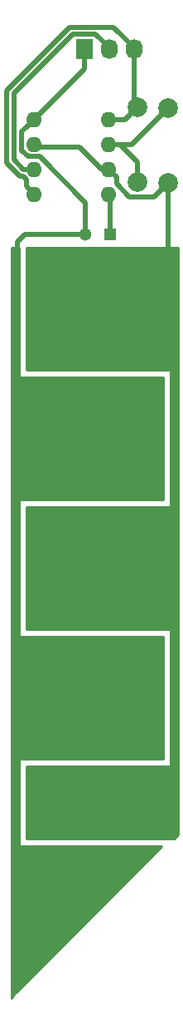
<source format=gbr>
G04 #@! TF.FileFunction,Copper,L2,Bot,Signal*
%FSLAX46Y46*%
G04 Gerber Fmt 4.6, Leading zero omitted, Abs format (unit mm)*
G04 Created by KiCad (PCBNEW 4.0.0-rc2-stable) date 3/4/2016 11:30:43 PM*
%MOMM*%
G01*
G04 APERTURE LIST*
%ADD10C,0.100000*%
%ADD11R,1.300000X1.300000*%
%ADD12C,1.300000*%
%ADD13R,1.727200X2.032000*%
%ADD14O,1.727200X2.032000*%
%ADD15C,1.998980*%
%ADD16O,1.600000X1.600000*%
%ADD17C,0.508000*%
%ADD18C,0.250000*%
%ADD19C,0.254000*%
G04 APERTURE END LIST*
D10*
D11*
X145592800Y-62331600D03*
D12*
X143092800Y-62331600D03*
D13*
X142951200Y-43484800D03*
D14*
X145491200Y-43484800D03*
X148031200Y-43484800D03*
D15*
X148386800Y-57048400D03*
X148386800Y-49428400D03*
X151561800Y-57099200D03*
X151561800Y-49479200D03*
D16*
X137833100Y-50647600D03*
X137833100Y-53187600D03*
X137833100Y-55727600D03*
X137833100Y-58267600D03*
X145453100Y-58267600D03*
X145453100Y-55727600D03*
X145453100Y-53187600D03*
X145453100Y-50647600D03*
D17*
X145592800Y-62331600D02*
X145592800Y-58407300D01*
D18*
X145592800Y-58407300D02*
X145453100Y-58267600D01*
X145453100Y-62191900D02*
X145592800Y-62331600D01*
D17*
X137833100Y-58267600D02*
X137033101Y-57467601D01*
X135054990Y-47682931D02*
X141485131Y-41252790D01*
X137033101Y-57467601D02*
X137033101Y-56783523D01*
X137033101Y-56783523D02*
X136685188Y-56435610D01*
X145951590Y-41252790D02*
X148031200Y-43332400D01*
X136685188Y-56435610D02*
X136408463Y-56435610D01*
X136408463Y-56435610D02*
X135054990Y-55082137D01*
X135054990Y-55082137D02*
X135054990Y-47682931D01*
X141485131Y-41252790D02*
X145951590Y-41252790D01*
X148031200Y-43332400D02*
X148031200Y-43484800D01*
X148031200Y-43484800D02*
X148031200Y-49072800D01*
D18*
X148031200Y-49072800D02*
X148386800Y-49428400D01*
D17*
X148386800Y-49428400D02*
X147167600Y-50647600D01*
X147167600Y-50647600D02*
X145453100Y-50647600D01*
X148386800Y-54965600D02*
X146608800Y-53187600D01*
X148386800Y-57048400D02*
X148386800Y-54965600D01*
X146608800Y-53187600D02*
X145453100Y-53187600D01*
X145453100Y-53187600D02*
X147853400Y-53187600D01*
X147853400Y-53187600D02*
X151561800Y-49479200D01*
D18*
X148386800Y-56121300D02*
X148386800Y-57048400D01*
D17*
X135763000Y-54788870D02*
X135763000Y-47976198D01*
X135763000Y-47976198D02*
X141778398Y-41960800D01*
X141778398Y-41960800D02*
X144119600Y-41960800D01*
X144119600Y-41960800D02*
X145491200Y-43332400D01*
X145491200Y-43332400D02*
X145491200Y-43484800D01*
X137833100Y-55727600D02*
X136701730Y-55727600D01*
X136701730Y-55727600D02*
X135763000Y-54788870D01*
X137033101Y-51447599D02*
X137833100Y-50647600D01*
X143092800Y-62331600D02*
X143092800Y-59131378D01*
X136579099Y-53789521D02*
X136579099Y-51901601D01*
X143092800Y-59131378D02*
X138403023Y-54441601D01*
X137231179Y-54441601D02*
X136579099Y-53789521D01*
X138403023Y-54441601D02*
X137231179Y-54441601D01*
X136579099Y-51901601D02*
X137033101Y-51447599D01*
X143092800Y-62331600D02*
X136931400Y-62331600D01*
X136931400Y-62331600D02*
X136144000Y-63119000D01*
X136144000Y-63119000D02*
X136144000Y-64389000D01*
X142951200Y-43484800D02*
X142951200Y-45529500D01*
X142951200Y-45529500D02*
X137833100Y-50647600D01*
D18*
X142951200Y-43637200D02*
X142951200Y-43484800D01*
D17*
X150288109Y-58372891D02*
X150114000Y-58547000D01*
X146253099Y-56874947D02*
X146253099Y-56527599D01*
X146253099Y-56527599D02*
X145453100Y-55727600D01*
X151561800Y-57099200D02*
X150288109Y-58372891D01*
X146253099Y-57226099D02*
X146253099Y-56874947D01*
X147574000Y-58547000D02*
X146253099Y-57226099D01*
X150114000Y-58547000D02*
X147574000Y-58547000D01*
X145453100Y-55727600D02*
X144754600Y-55727600D01*
X144754600Y-55727600D02*
X142494000Y-53467000D01*
X142494000Y-53467000D02*
X138112500Y-53467000D01*
X138112500Y-53467000D02*
X137833100Y-53187600D01*
X151561800Y-57099200D02*
X151561800Y-64566800D01*
X151561800Y-64566800D02*
X151638000Y-64643000D01*
D18*
X145491200Y-55765700D02*
X145453100Y-55727600D01*
D19*
G36*
X152527000Y-123518394D02*
X152093394Y-123952000D01*
X137033000Y-123952000D01*
X137033000Y-116586000D01*
X151638000Y-116586000D01*
X151687410Y-116575994D01*
X151729035Y-116547553D01*
X151756315Y-116505159D01*
X151765000Y-116459000D01*
X151765000Y-102743000D01*
X151754994Y-102693590D01*
X151726553Y-102651965D01*
X151684159Y-102624685D01*
X151638000Y-102616000D01*
X137033000Y-102616000D01*
X137033000Y-90170000D01*
X151638000Y-90170000D01*
X151687410Y-90159994D01*
X151729035Y-90131553D01*
X151756315Y-90089159D01*
X151765000Y-90043000D01*
X151765000Y-76327000D01*
X151754994Y-76277590D01*
X151726553Y-76235965D01*
X151684159Y-76208685D01*
X151638000Y-76200000D01*
X137033000Y-76200000D01*
X137033000Y-63754000D01*
X152527000Y-63754000D01*
X152527000Y-123518394D01*
X152527000Y-123518394D01*
G37*
X152527000Y-123518394D02*
X152093394Y-123952000D01*
X137033000Y-123952000D01*
X137033000Y-116586000D01*
X151638000Y-116586000D01*
X151687410Y-116575994D01*
X151729035Y-116547553D01*
X151756315Y-116505159D01*
X151765000Y-116459000D01*
X151765000Y-102743000D01*
X151754994Y-102693590D01*
X151726553Y-102651965D01*
X151684159Y-102624685D01*
X151638000Y-102616000D01*
X137033000Y-102616000D01*
X137033000Y-90170000D01*
X151638000Y-90170000D01*
X151687410Y-90159994D01*
X151729035Y-90131553D01*
X151756315Y-90089159D01*
X151765000Y-90043000D01*
X151765000Y-76327000D01*
X151754994Y-76277590D01*
X151726553Y-76235965D01*
X151684159Y-76208685D01*
X151638000Y-76200000D01*
X137033000Y-76200000D01*
X137033000Y-63754000D01*
X152527000Y-63754000D01*
X152527000Y-123518394D01*
G36*
X136271000Y-76835000D02*
X136281006Y-76884410D01*
X136309447Y-76926035D01*
X136351841Y-76953315D01*
X136398000Y-76962000D01*
X151003000Y-76962000D01*
X151003000Y-89408000D01*
X136398000Y-89408000D01*
X136348590Y-89418006D01*
X136306965Y-89446447D01*
X136279685Y-89488841D01*
X136271000Y-89535000D01*
X136271000Y-103251000D01*
X136281006Y-103300410D01*
X136309447Y-103342035D01*
X136351841Y-103369315D01*
X136398000Y-103378000D01*
X151003000Y-103378000D01*
X151003000Y-115824000D01*
X136398000Y-115824000D01*
X136348590Y-115834006D01*
X136306965Y-115862447D01*
X136279685Y-115904841D01*
X136271000Y-115951000D01*
X136271000Y-124587000D01*
X136281006Y-124636410D01*
X136309447Y-124678035D01*
X136351841Y-124705315D01*
X136398000Y-124714000D01*
X150823394Y-124714000D01*
X135927197Y-139610197D01*
X135913656Y-139626183D01*
X135509000Y-140192701D01*
X135509000Y-63754000D01*
X136271000Y-63754000D01*
X136271000Y-76835000D01*
X136271000Y-76835000D01*
G37*
X136271000Y-76835000D02*
X136281006Y-76884410D01*
X136309447Y-76926035D01*
X136351841Y-76953315D01*
X136398000Y-76962000D01*
X151003000Y-76962000D01*
X151003000Y-89408000D01*
X136398000Y-89408000D01*
X136348590Y-89418006D01*
X136306965Y-89446447D01*
X136279685Y-89488841D01*
X136271000Y-89535000D01*
X136271000Y-103251000D01*
X136281006Y-103300410D01*
X136309447Y-103342035D01*
X136351841Y-103369315D01*
X136398000Y-103378000D01*
X151003000Y-103378000D01*
X151003000Y-115824000D01*
X136398000Y-115824000D01*
X136348590Y-115834006D01*
X136306965Y-115862447D01*
X136279685Y-115904841D01*
X136271000Y-115951000D01*
X136271000Y-124587000D01*
X136281006Y-124636410D01*
X136309447Y-124678035D01*
X136351841Y-124705315D01*
X136398000Y-124714000D01*
X150823394Y-124714000D01*
X135927197Y-139610197D01*
X135913656Y-139626183D01*
X135509000Y-140192701D01*
X135509000Y-63754000D01*
X136271000Y-63754000D01*
X136271000Y-76835000D01*
M02*

</source>
